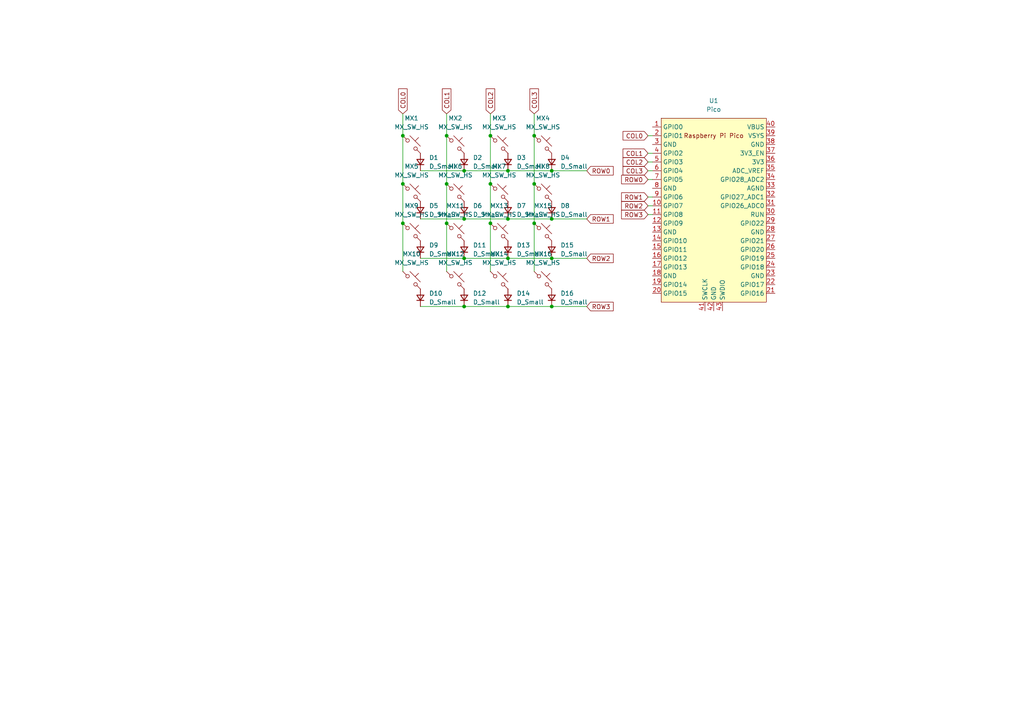
<source format=kicad_sch>
(kicad_sch (version 20231120) (generator "eeschema") (generator_version "8.0")
  (paper "A4")
  (lib_symbols
    (symbol "Device:D_Small" (pin_numbers hide) (pin_names (offset 0.254) hide)
      (property "Reference" "D" (at -1.27 2.032 0))
      (property "Value" "D_Small" (at -3.81 -2.032 0))
      (symbol "D_Small_0_1"
        (polyline (pts (xy -0.762 -1.016) (xy -0.762 1.016)) (stroke (width 0.254)))
        (polyline (pts (xy -0.762 0) (xy 0.762 0)))
        (polyline (pts (xy 0.762 -1.016) (xy -0.762 0) (xy 0.762 1.016) (xy 0.762 -1.016)) (stroke (width 0.254)))
      )
      (symbol "D_Small_1_1"
        (pin passive line (at -2.54 0 0) (length 1.778) (name "K") (number "1"))
        (pin passive line (at 2.54 0 180) (length 1.778) (name "A") (number "2"))
      )
    )
    (symbol "MCU_RaspberryPi_and_Boards:Pico"
      (property "Reference" "U" (at -13.97 27.94 0))
      (property "Value" "Pico" (at 0 19.05 0))
      (symbol "Pico_0_0"
        (text "Raspberry Pi Pico" (at 0 21.59 0) (effects (font (size 1.27 1.27))))
      )
      (symbol "Pico_0_1"
        (rectangle (start -15.24 26.67) (end 15.24 -26.67) (fill (type background)))
      )
      (symbol "Pico_1_1"
        (pin bidirectional line (at -17.78 24.13 0) (length 2.54) (name "GPIO0") (number "1"))
        (pin bidirectional line (at -17.78 1.27 0) (length 2.54) (name "GPIO7") (number "10"))
        (pin bidirectional line (at -17.78 -1.27 0) (length 2.54) (name "GPIO8") (number "11"))
        (pin bidirectional line (at -17.78 -3.81 0) (length 2.54) (name "GPIO9") (number "12"))
        (pin power_in line (at -17.78 -6.35 0) (length 2.54) (name "GND") (number "13"))
        (pin bidirectional line (at -17.78 -8.89 0) (length 2.54) (name "GPIO10") (number "14"))
        (pin bidirectional line (at -17.78 -11.43 0) (length 2.54) (name "GPIO11") (number "15"))
        (pin bidirectional line (at -17.78 -13.97 0) (length 2.54) (name "GPIO12") (number "16"))
        (pin bidirectional line (at -17.78 -16.51 0) (length 2.54) (name "GPIO13") (number "17"))
        (pin power_in line (at -17.78 -19.05 0) (length 2.54) (name "GND") (number "18"))
        (pin bidirectional line (at -17.78 -21.59 0) (length 2.54) (name "GPIO14") (number "19"))
        (pin bidirectional line (at -17.78 21.59 0) (length 2.54) (name "GPIO1") (number "2"))
        (pin bidirectional line (at -17.78 -24.13 0) (length 2.54) (name "GPIO15") (number "20"))
        (pin bidirectional line (at 17.78 -24.13 180) (length 2.54) (name "GPIO16") (number "21"))
        (pin bidirectional line (at 17.78 -21.59 180) (length 2.54) (name "GPIO17") (number "22"))
        (pin power_in line (at 17.78 -19.05 180) (length 2.54) (name "GND") (number "23"))
        (pin bidirectional line (at 17.78 -16.51 180) (length 2.54) (name "GPIO18") (number "24"))
        (pin bidirectional line (at 17.78 -13.97 180) (length 2.54) (name "GPIO19") (number "25"))
        (pin bidirectional line (at 17.78 -11.43 180) (length 2.54) (name "GPIO20") (number "26"))
        (pin bidirectional line (at 17.78 -8.89 180) (length 2.54) (name "GPIO21") (number "27"))
        (pin power_in line (at 17.78 -6.35 180) (length 2.54) (name "GND") (number "28"))
        (pin bidirectional line (at 17.78 -3.81 180) (length 2.54) (name "GPIO22") (number "29"))
        (pin power_in line (at -17.78 19.05 0) (length 2.54) (name "GND") (number "3"))
        (pin input line (at 17.78 -1.27 180) (length 2.54) (name "RUN") (number "30"))
        (pin bidirectional line (at 17.78 1.27 180) (length 2.54) (name "GPIO26_ADC0") (number "31"))
        (pin bidirectional line (at 17.78 3.81 180) (length 2.54) (name "GPIO27_ADC1") (number "32"))
        (pin power_in line (at 17.78 6.35 180) (length 2.54) (name "AGND") (number "33"))
        (pin bidirectional line (at 17.78 8.89 180) (length 2.54) (name "GPIO28_ADC2") (number "34"))
        (pin power_in line (at 17.78 11.43 180) (length 2.54) (name "ADC_VREF") (number "35"))
        (pin power_in line (at 17.78 13.97 180) (length 2.54) (name "3V3") (number "36"))
        (pin input line (at 17.78 16.51 180) (length 2.54) (name "3V3_EN") (number "37"))
        (pin bidirectional line (at 17.78 19.05 180) (length 2.54) (name "GND") (number "38"))
        (pin power_in line (at 17.78 21.59 180) (length 2.54) (name "VSYS") (number "39"))
        (pin bidirectional line (at -17.78 16.51 0) (length 2.54) (name "GPIO2") (number "4"))
        (pin power_in line (at 17.78 24.13 180) (length 2.54) (name "VBUS") (number "40"))
        (pin input line (at -2.54 -29.21 90) (length 2.54) (name "SWCLK") (number "41"))
        (pin power_in line (at 0 -29.21 90) (length 2.54) (name "GND") (number "42"))
        (pin bidirectional line (at 2.54 -29.21 90) (length 2.54) (name "SWDIO") (number "43"))
        (pin bidirectional line (at -17.78 13.97 0) (length 2.54) (name "GPIO3") (number "5"))
        (pin bidirectional line (at -17.78 11.43 0) (length 2.54) (name "GPIO4") (number "6"))
        (pin bidirectional line (at -17.78 8.89 0) (length 2.54) (name "GPIO5") (number "7"))
        (pin power_in line (at -17.78 6.35 0) (length 2.54) (name "GND") (number "8"))
        (pin bidirectional line (at -17.78 3.81 0) (length 2.54) (name "GPIO6") (number "9"))
      )
    )
    (symbol "PCM_marbastlib-mx:MX_SW_HS_CPG151101S11" (pin_numbers hide) (pin_names (offset 1.016) hide)
      (property "Reference" "MX" (at 3.048 1.016 0))
      (property "Value" "MX_SW_HS" (at 0 -3.81 0))
      (symbol "MX_SW_HS_CPG151101S11_0_1"
        (circle (center -1.1684 1.1684) (radius 0.508))
        (polyline (pts (xy -0.508 2.54) (xy 2.54 -0.508)))
        (polyline (pts (xy 1.016 1.016) (xy 2.032 2.032)))
        (polyline (pts (xy -2.54 2.54) (xy -1.524 1.524) (xy -1.524 1.524)))
        (polyline (pts (xy 1.524 -1.524) (xy 2.54 -2.54) (xy 2.54 -2.54) (xy 2.54 -2.54)))
        (circle (center 1.143 -1.1938) (radius 0.508))
        (pin passive line (at -2.54 2.54 0) (length 0) (name "1") (number "1"))
        (pin passive line (at 2.54 -2.54 180) (length 0) (name "2") (number "2"))
      )
    )
  )
  (junction (at 147.32 88.9))
  (junction (at 116.84 39.37))
  (junction (at 142.24 53.34))
  (junction (at 154.94 53.34))
  (junction (at 147.32 74.93))
  (junction (at 154.94 64.77))
  (junction (at 160.02 49.53))
  (junction (at 134.62 49.53))
  (junction (at 160.02 63.5))
  (junction (at 154.94 39.37))
  (junction (at 160.02 88.9))
  (junction (at 134.62 63.5))
  (junction (at 142.24 39.37))
  (junction (at 147.32 63.5))
  (junction (at 142.24 64.77))
  (junction (at 129.54 64.77))
  (junction (at 129.54 39.37))
  (junction (at 134.62 74.93))
  (junction (at 160.02 74.93))
  (junction (at 134.62 88.9))
  (junction (at 147.32 49.53))
  (junction (at 129.54 53.34))
  (junction (at 116.84 53.34))
  (junction (at 116.84 64.77))
  (wire (pts (xy 121.92 63.5) (xy 134.62 63.5)))
  (wire (pts (xy 147.32 74.93) (xy 160.02 74.93)))
  (wire (pts (xy 170.18 49.53) (xy 160.02 49.53)))
  (wire (pts (xy 189.23 59.69) (xy 187.96 59.69)))
  (wire (pts (xy 129.54 39.37) (xy 129.54 53.34)))
  (wire (pts (xy 134.62 49.53) (xy 147.32 49.53)))
  (wire (pts (xy 129.54 53.34) (xy 129.54 64.77)))
  (wire (pts (xy 154.94 53.34) (xy 154.94 64.77)))
  (wire (pts (xy 189.23 57.15) (xy 187.96 57.15)))
  (wire (pts (xy 121.92 88.9) (xy 134.62 88.9)))
  (wire (pts (xy 134.62 74.93) (xy 147.32 74.93)))
  (wire (pts (xy 160.02 63.5) (xy 170.18 63.5)))
  (wire (pts (xy 154.94 64.77) (xy 154.94 78.74)))
  (wire (pts (xy 116.84 53.34) (xy 116.84 64.77)))
  (wire (pts (xy 116.84 64.77) (xy 116.84 78.74)))
  (wire (pts (xy 142.24 39.37) (xy 142.24 53.34)))
  (wire (pts (xy 189.23 52.07) (xy 187.96 52.07)))
  (wire (pts (xy 116.84 33.02) (xy 116.84 39.37)))
  (wire (pts (xy 142.24 53.34) (xy 142.24 64.77)))
  (wire (pts (xy 121.92 74.93) (xy 134.62 74.93)))
  (wire (pts (xy 147.32 49.53) (xy 160.02 49.53)))
  (wire (pts (xy 142.24 64.77) (xy 142.24 78.74)))
  (wire (pts (xy 160.02 88.9) (xy 170.18 88.9)))
  (wire (pts (xy 121.92 49.53) (xy 134.62 49.53)))
  (wire (pts (xy 189.23 49.53) (xy 187.96 49.53)))
  (wire (pts (xy 189.23 44.45) (xy 187.96 44.45)))
  (wire (pts (xy 147.32 63.5) (xy 160.02 63.5)))
  (wire (pts (xy 154.94 33.02) (xy 154.94 39.37)))
  (wire (pts (xy 160.02 74.93) (xy 170.18 74.93)))
  (wire (pts (xy 116.84 39.37) (xy 116.84 53.34)))
  (wire (pts (xy 189.23 62.23) (xy 187.96 62.23)))
  (wire (pts (xy 129.54 64.77) (xy 129.54 78.74)))
  (wire (pts (xy 142.24 33.02) (xy 142.24 39.37)))
  (wire (pts (xy 189.23 39.37) (xy 187.96 39.37)))
  (wire (pts (xy 147.32 88.9) (xy 160.02 88.9)))
  (wire (pts (xy 129.54 33.02) (xy 129.54 39.37)))
  (wire (pts (xy 189.23 46.99) (xy 187.96 46.99)))
  (wire (pts (xy 134.62 88.9) (xy 147.32 88.9)))
  (wire (pts (xy 154.94 39.37) (xy 154.94 53.34)))
  (wire (pts (xy 134.62 63.5) (xy 147.32 63.5)))
  (global_label "COL0" (shape input) (at 187.96 39.37 180) (property "Intersheetrefs" "${INTERSHEET_REFS}" (effects (hide yes))))
  (global_label "ROW3" (shape input) (at 187.96 62.23 180) (property "Intersheetrefs" "${INTERSHEET_REFS}" (effects (hide yes))))
  (global_label "COL2" (shape input) (at 187.96 46.99 180) (property "Intersheetrefs" "${INTERSHEET_REFS}" (effects (hide yes))))
  (global_label "ROW0" (shape input) (at 187.96 52.07 180) (property "Intersheetrefs" "${INTERSHEET_REFS}" (effects (hide yes))))
  (global_label "COL2" (shape input) (at 142.24 33.02 90) (property "Intersheetrefs" "${INTERSHEET_REFS}" (effects (hide yes))))
  (global_label "ROW0" (shape input) (at 170.18 49.53 0) (property "Intersheetrefs" "${INTERSHEET_REFS}" (effects (hide yes))))
  (global_label "ROW3" (shape input) (at 170.18 88.9 0) (property "Intersheetrefs" "${INTERSHEET_REFS}" (effects (hide yes))))
  (global_label "COL1" (shape input) (at 129.54 33.02 90) (property "Intersheetrefs" "${INTERSHEET_REFS}" (effects (hide yes))))
  (global_label "COL1" (shape input) (at 187.96 44.45 180) (property "Intersheetrefs" "${INTERSHEET_REFS}" (effects (hide yes))))
  (global_label "COL0" (shape input) (at 116.84 33.02 90) (property "Intersheetrefs" "${INTERSHEET_REFS}" (effects (hide yes))))
  (global_label "ROW2" (shape input) (at 170.18 74.93 0) (property "Intersheetrefs" "${INTERSHEET_REFS}" (effects (hide yes))))
  (global_label "COL3" (shape input) (at 187.96 49.53 180) (property "Intersheetrefs" "${INTERSHEET_REFS}" (effects (hide yes))))
  (global_label "ROW2" (shape input) (at 187.96 59.69 180) (property "Intersheetrefs" "${INTERSHEET_REFS}" (effects (hide yes))))
  (global_label "ROW1" (shape input) (at 170.18 63.5 0) (property "Intersheetrefs" "${INTERSHEET_REFS}" (effects (hide yes))))
  (global_label "COL3" (shape input) (at 154.94 33.02 90) (property "Intersheetrefs" "${INTERSHEET_REFS}" (effects (hide yes))))
  (global_label "ROW1" (shape input) (at 187.96 57.15 180) (property "Intersheetrefs" "${INTERSHEET_REFS}" (effects (hide yes))))
  (symbol (lib_id "Device:D_Small") (at 147.32 46.99 90) (unit 1)
    (property "Reference" "D3" (at 149.86 45.7199 90) (effects (justify right)))
    (property "Value" "D_Small" (at 149.86 48.2599 90) (effects (justify right)))
    (property "Footprint" "Diode_SMD:D_SOD-123" (effects (hide yes)))
    (property "Description" "Diode, small symbol" (effects (hide yes)))
    (property "Sim.Device" "D" (effects (hide yes)))
    (property "Sim.Pins" "1=K 2=A" (effects (hide yes)))
  )
  (symbol (lib_id "PCM_marbastlib-mx:MX_SW_HS_CPG151101S11") (at 132.08 55.88 0) (unit 1)
    (property "Reference" "MX6" (at 132.08 48.26 0))
    (property "Value" "MX_SW_HS" (at 132.08 50.8 0))
    (property "Footprint" "PCM_marbastlib-mx:SW_MX_HS_CPG151101S11_1u" (effects (hide yes)))
    (property "Description" "Push button switch, normally open, two pins, 45° tilted, Kailh CPG151101S11 for Cherry MX style switches" (effects (hide yes)))
  )
  (symbol (lib_id "Device:D_Small") (at 134.62 72.39 90) (unit 1)
    (property "Reference" "D11" (at 137.16 71.1199 90) (effects (justify right)))
    (property "Value" "D_Small" (at 137.16 73.6599 90) (effects (justify right)))
    (property "Footprint" "Diode_SMD:D_SOD-123" (effects (hide yes)))
    (property "Description" "Diode, small symbol" (effects (hide yes)))
    (property "Sim.Device" "D" (effects (hide yes)))
    (property "Sim.Pins" "1=K 2=A" (effects (hide yes)))
  )
  (symbol (lib_id "Device:D_Small") (at 160.02 60.96 90) (unit 1)
    (property "Reference" "D8" (at 162.56 59.6899 90) (effects (justify right)))
    (property "Value" "D_Small" (at 162.56 62.2299 90) (effects (justify right)))
    (property "Footprint" "Diode_SMD:D_SOD-123" (effects (hide yes)))
    (property "Description" "Diode, small symbol" (effects (hide yes)))
    (property "Sim.Device" "D" (effects (hide yes)))
    (property "Sim.Pins" "1=K 2=A" (effects (hide yes)))
  )
  (symbol (lib_id "Device:D_Small") (at 160.02 46.99 90) (unit 1)
    (property "Reference" "D4" (at 162.56 45.7199 90) (effects (justify right)))
    (property "Value" "D_Small" (at 162.56 48.2599 90) (effects (justify right)))
    (property "Footprint" "Diode_SMD:D_SOD-123" (effects (hide yes)))
    (property "Description" "Diode, small symbol" (effects (hide yes)))
    (property "Sim.Device" "D" (effects (hide yes)))
    (property "Sim.Pins" "1=K 2=A" (effects (hide yes)))
  )
  (symbol (lib_id "Device:D_Small") (at 147.32 86.36 90) (unit 1)
    (property "Reference" "D14" (at 149.86 85.0899 90) (effects (justify right)))
    (property "Value" "D_Small" (at 149.86 87.6299 90) (effects (justify right)))
    (property "Footprint" "Diode_SMD:D_SOD-123" (effects (hide yes)))
    (property "Description" "Diode, small symbol" (effects (hide yes)))
    (property "Sim.Device" "D" (effects (hide yes)))
    (property "Sim.Pins" "1=K 2=A" (effects (hide yes)))
  )
  (symbol (lib_id "PCM_marbastlib-mx:MX_SW_HS_CPG151101S11") (at 119.38 41.91 0) (unit 1)
    (property "Reference" "MX1" (at 119.38 34.29 0))
    (property "Value" "MX_SW_HS" (at 119.38 36.83 0))
    (property "Footprint" "PCM_marbastlib-mx:SW_MX_HS_CPG151101S11_1u" (effects (hide yes)))
    (property "Description" "Push button switch, normally open, two pins, 45° tilted, Kailh CPG151101S11 for Cherry MX style switches" (effects (hide yes)))
  )
  (symbol (lib_id "PCM_marbastlib-mx:MX_SW_HS_CPG151101S11") (at 132.08 81.28 0) (unit 1)
    (property "Reference" "MX12" (at 132.08 73.66 0))
    (property "Value" "MX_SW_HS" (at 132.08 76.2 0))
    (property "Footprint" "PCM_marbastlib-mx:SW_MX_HS_CPG151101S11_1u" (effects (hide yes)))
    (property "Description" "Push button switch, normally open, two pins, 45° tilted, Kailh CPG151101S11 for Cherry MX style switches" (effects (hide yes)))
  )
  (symbol (lib_id "Device:D_Small") (at 134.62 46.99 90) (unit 1)
    (property "Reference" "D2" (at 137.16 45.7199 90) (effects (justify right)))
    (property "Value" "D_Small" (at 137.16 48.2599 90) (effects (justify right)))
    (property "Footprint" "Diode_SMD:D_SOD-123" (effects (hide yes)))
    (property "Description" "Diode, small symbol" (effects (hide yes)))
    (property "Sim.Device" "D" (effects (hide yes)))
    (property "Sim.Pins" "1=K 2=A" (effects (hide yes)))
  )
  (symbol (lib_id "PCM_marbastlib-mx:MX_SW_HS_CPG151101S11") (at 119.38 55.88 0) (unit 1)
    (property "Reference" "MX5" (at 119.38 48.26 0))
    (property "Value" "MX_SW_HS" (at 119.38 50.8 0))
    (property "Footprint" "PCM_marbastlib-mx:SW_MX_HS_CPG151101S11_1u" (effects (hide yes)))
    (property "Description" "Push button switch, normally open, two pins, 45° tilted, Kailh CPG151101S11 for Cherry MX style switches" (effects (hide yes)))
  )
  (symbol (lib_id "PCM_marbastlib-mx:MX_SW_HS_CPG151101S11") (at 119.38 67.31 0) (unit 1)
    (property "Reference" "MX9" (at 119.38 59.69 0))
    (property "Value" "MX_SW_HS" (at 119.38 62.23 0))
    (property "Footprint" "PCM_marbastlib-mx:SW_MX_HS_CPG151101S11_1u" (effects (hide yes)))
    (property "Description" "Push button switch, normally open, two pins, 45° tilted, Kailh CPG151101S11 for Cherry MX style switches" (effects (hide yes)))
  )
  (symbol (lib_id "PCM_marbastlib-mx:MX_SW_HS_CPG151101S11") (at 144.78 67.31 0) (unit 1)
    (property "Reference" "MX13" (at 144.78 59.69 0))
    (property "Value" "MX_SW_HS" (at 144.78 62.23 0))
    (property "Footprint" "PCM_marbastlib-mx:SW_MX_HS_CPG151101S11_1u" (effects (hide yes)))
    (property "Description" "Push button switch, normally open, two pins, 45° tilted, Kailh CPG151101S11 for Cherry MX style switches" (effects (hide yes)))
  )
  (symbol (lib_id "PCM_marbastlib-mx:MX_SW_HS_CPG151101S11") (at 157.48 55.88 0) (unit 1)
    (property "Reference" "MX8" (at 157.48 48.26 0))
    (property "Value" "MX_SW_HS" (at 157.48 50.8 0))
    (property "Footprint" "PCM_marbastlib-mx:SW_MX_HS_CPG151101S11_1u" (effects (hide yes)))
    (property "Description" "Push button switch, normally open, two pins, 45° tilted, Kailh CPG151101S11 for Cherry MX style switches" (effects (hide yes)))
  )
  (symbol (lib_id "Device:D_Small") (at 121.92 86.36 90) (unit 1)
    (property "Reference" "D10" (at 124.46 85.0899 90) (effects (justify right)))
    (property "Value" "D_Small" (at 124.46 87.6299 90) (effects (justify right)))
    (property "Footprint" "Diode_SMD:D_SOD-123" (effects (hide yes)))
    (property "Description" "Diode, small symbol" (effects (hide yes)))
    (property "Sim.Device" "D" (effects (hide yes)))
    (property "Sim.Pins" "1=K 2=A" (effects (hide yes)))
  )
  (symbol (lib_id "Device:D_Small") (at 121.92 46.99 90) (unit 1)
    (property "Reference" "D1" (at 124.46 45.7199 90) (effects (justify right)))
    (property "Value" "D_Small" (at 124.46 48.2599 90) (effects (justify right)))
    (property "Footprint" "Diode_SMD:D_SOD-123" (effects (hide yes)))
    (property "Description" "Diode, small symbol" (effects (hide yes)))
    (property "Sim.Device" "D" (effects (hide yes)))
    (property "Sim.Pins" "1=K 2=A" (effects (hide yes)))
  )
  (symbol (lib_id "Device:D_Small") (at 160.02 72.39 90) (unit 1)
    (property "Reference" "D15" (at 162.56 71.1199 90) (effects (justify right)))
    (property "Value" "D_Small" (at 162.56 73.6599 90) (effects (justify right)))
    (property "Footprint" "Diode_SMD:D_SOD-123" (effects (hide yes)))
    (property "Description" "Diode, small symbol" (effects (hide yes)))
    (property "Sim.Device" "D" (effects (hide yes)))
    (property "Sim.Pins" "1=K 2=A" (effects (hide yes)))
  )
  (symbol (lib_id "Device:D_Small") (at 160.02 86.36 90) (unit 1)
    (property "Reference" "D16" (at 162.56 85.0899 90) (effects (justify right)))
    (property "Value" "D_Small" (at 162.56 87.6299 90) (effects (justify right)))
    (property "Footprint" "Diode_SMD:D_SOD-123" (effects (hide yes)))
    (property "Description" "Diode, small symbol" (effects (hide yes)))
    (property "Sim.Device" "D" (effects (hide yes)))
    (property "Sim.Pins" "1=K 2=A" (effects (hide yes)))
  )
  (symbol (lib_id "Device:D_Small") (at 147.32 72.39 90) (unit 1)
    (property "Reference" "D13" (at 149.86 71.1199 90) (effects (justify right)))
    (property "Value" "D_Small" (at 149.86 73.6599 90) (effects (justify right)))
    (property "Footprint" "Diode_SMD:D_SOD-123" (effects (hide yes)))
    (property "Description" "Diode, small symbol" (effects (hide yes)))
    (property "Sim.Device" "D" (effects (hide yes)))
    (property "Sim.Pins" "1=K 2=A" (effects (hide yes)))
  )
  (symbol (lib_id "Device:D_Small") (at 134.62 86.36 90) (unit 1)
    (property "Reference" "D12" (at 137.16 85.0899 90) (effects (justify right)))
    (property "Value" "D_Small" (at 137.16 87.6299 90) (effects (justify right)))
    (property "Footprint" "Diode_SMD:D_SOD-123" (effects (hide yes)))
    (property "Description" "Diode, small symbol" (effects (hide yes)))
    (property "Sim.Device" "D" (effects (hide yes)))
    (property "Sim.Pins" "1=K 2=A" (effects (hide yes)))
  )
  (symbol (lib_id "PCM_marbastlib-mx:MX_SW_HS_CPG151101S11") (at 144.78 55.88 0) (unit 1)
    (property "Reference" "MX7" (at 144.78 48.26 0))
    (property "Value" "MX_SW_HS" (at 144.78 50.8 0))
    (property "Footprint" "PCM_marbastlib-mx:SW_MX_HS_CPG151101S11_1u" (effects (hide yes)))
    (property "Description" "Push button switch, normally open, two pins, 45° tilted, Kailh CPG151101S11 for Cherry MX style switches" (effects (hide yes)))
  )
  (symbol (lib_id "Device:D_Small") (at 121.92 72.39 90) (unit 1)
    (property "Reference" "D9" (at 124.46 71.1199 90) (effects (justify right)))
    (property "Value" "D_Small" (at 124.46 73.6599 90) (effects (justify right)))
    (property "Footprint" "Diode_SMD:D_SOD-123" (effects (hide yes)))
    (property "Description" "Diode, small symbol" (effects (hide yes)))
    (property "Sim.Device" "D" (effects (hide yes)))
    (property "Sim.Pins" "1=K 2=A" (effects (hide yes)))
  )
  (symbol (lib_id "PCM_marbastlib-mx:MX_SW_HS_CPG151101S11") (at 157.48 81.28 0) (unit 1)
    (property "Reference" "MX16" (at 157.48 73.66 0))
    (property "Value" "MX_SW_HS" (at 157.48 76.2 0))
    (property "Footprint" "PCM_marbastlib-mx:SW_MX_HS_CPG151101S11_1u" (effects (hide yes)))
    (property "Description" "Push button switch, normally open, two pins, 45° tilted, Kailh CPG151101S11 for Cherry MX style switches" (effects (hide yes)))
  )
  (symbol (lib_id "PCM_marbastlib-mx:MX_SW_HS_CPG151101S11") (at 119.38 81.28 0) (unit 1)
    (property "Reference" "MX10" (at 119.38 73.66 0))
    (property "Value" "MX_SW_HS" (at 119.38 76.2 0))
    (property "Footprint" "PCM_marbastlib-mx:SW_MX_HS_CPG151101S11_1u" (effects (hide yes)))
    (property "Description" "Push button switch, normally open, two pins, 45° tilted, Kailh CPG151101S11 for Cherry MX style switches" (effects (hide yes)))
  )
  (symbol (lib_id "PCM_marbastlib-mx:MX_SW_HS_CPG151101S11") (at 132.08 67.31 0) (unit 1)
    (property "Reference" "MX11" (at 132.08 59.69 0))
    (property "Value" "MX_SW_HS" (at 132.08 62.23 0))
    (property "Footprint" "PCM_marbastlib-mx:SW_MX_HS_CPG151101S11_1u" (effects (hide yes)))
    (property "Description" "Push button switch, normally open, two pins, 45° tilted, Kailh CPG151101S11 for Cherry MX style switches" (effects (hide yes)))
  )
  (symbol (lib_id "PCM_marbastlib-mx:MX_SW_HS_CPG151101S11") (at 157.48 67.31 0) (unit 1)
    (property "Reference" "MX15" (at 157.48 59.69 0))
    (property "Value" "MX_SW_HS" (at 157.48 62.23 0))
    (property "Footprint" "PCM_marbastlib-mx:SW_MX_HS_CPG151101S11_1u" (effects (hide yes)))
    (property "Description" "Push button switch, normally open, two pins, 45° tilted, Kailh CPG151101S11 for Cherry MX style switches" (effects (hide yes)))
  )
  (symbol (lib_id "MCU_RaspberryPi_and_Boards:Pico") (at 207.01 60.96 0) (unit 1)
    (property "Reference" "U1" (at 207.01 29.21 0))
    (property "Value" "Pico" (at 207.01 31.75 0))
    (property "Footprint" "MCU_RaspberryPi_and_Boards:RPi_Pico_SMD_TH" (effects (hide yes)))
  )
  (symbol (lib_id "PCM_marbastlib-mx:MX_SW_HS_CPG151101S11") (at 132.08 41.91 0) (unit 1)
    (property "Reference" "MX2" (at 132.08 34.29 0))
    (property "Value" "MX_SW_HS" (at 132.08 36.83 0))
    (property "Footprint" "PCM_marbastlib-mx:SW_MX_HS_CPG151101S11_1u" (effects (hide yes)))
    (property "Description" "Push button switch, normally open, two pins, 45° tilted, Kailh CPG151101S11 for Cherry MX style switches" (effects (hide yes)))
  )
  (symbol (lib_id "Device:D_Small") (at 134.62 60.96 90) (unit 1)
    (property "Reference" "D6" (at 137.16 59.6899 90) (effects (justify right)))
    (property "Value" "D_Small" (at 137.16 62.2299 90) (effects (justify right)))
    (property "Footprint" "Diode_SMD:D_SOD-123" (effects (hide yes)))
    (property "Description" "Diode, small symbol" (effects (hide yes)))
    (property "Sim.Device" "D" (effects (hide yes)))
    (property "Sim.Pins" "1=K 2=A" (effects (hide yes)))
  )
  (symbol (lib_id "Device:D_Small") (at 121.92 60.96 90) (unit 1)
    (property "Reference" "D5" (at 124.46 59.6899 90) (effects (justify right)))
    (property "Value" "D_Small" (at 124.46 62.2299 90) (effects (justify right)))
    (property "Footprint" "Diode_SMD:D_SOD-123" (effects (hide yes)))
    (property "Description" "Diode, small symbol" (effects (hide yes)))
    (property "Sim.Device" "D" (effects (hide yes)))
    (property "Sim.Pins" "1=K 2=A" (effects (hide yes)))
  )
  (symbol (lib_id "PCM_marbastlib-mx:MX_SW_HS_CPG151101S11") (at 144.78 81.28 0) (unit 1)
    (property "Reference" "MX14" (at 144.78 73.66 0))
    (property "Value" "MX_SW_HS" (at 144.78 76.2 0))
    (property "Footprint" "PCM_marbastlib-mx:SW_MX_HS_CPG151101S11_1u" (effects (hide yes)))
    (property "Description" "Push button switch, normally open, two pins, 45° tilted, Kailh CPG151101S11 for Cherry MX style switches" (effects (hide yes)))
  )
  (symbol (lib_id "PCM_marbastlib-mx:MX_SW_HS_CPG151101S11") (at 144.78 41.91 0) (unit 1)
    (property "Reference" "MX3" (at 144.78 34.29 0))
    (property "Value" "MX_SW_HS" (at 144.78 36.83 0))
    (property "Footprint" "PCM_marbastlib-mx:SW_MX_HS_CPG151101S11_1u" (effects (hide yes)))
    (property "Description" "Push button switch, normally open, two pins, 45° tilted, Kailh CPG151101S11 for Cherry MX style switches" (effects (hide yes)))
  )
  (symbol (lib_id "Device:D_Small") (at 147.32 60.96 90) (unit 1)
    (property "Reference" "D7" (at 149.86 59.6899 90) (effects (justify right)))
    (property "Value" "D_Small" (at 149.86 62.2299 90) (effects (justify right)))
    (property "Footprint" "Diode_SMD:D_SOD-123" (effects (hide yes)))
    (property "Description" "Diode, small symbol" (effects (hide yes)))
    (property "Sim.Device" "D" (effects (hide yes)))
    (property "Sim.Pins" "1=K 2=A" (effects (hide yes)))
  )
  (symbol (lib_id "PCM_marbastlib-mx:MX_SW_HS_CPG151101S11") (at 157.48 41.91 0) (unit 1)
    (property "Reference" "MX4" (at 157.48 34.29 0))
    (property "Value" "MX_SW_HS" (at 157.48 36.83 0))
    (property "Footprint" "PCM_marbastlib-mx:SW_MX_HS_CPG151101S11_1u" (effects (hide yes)))
    (property "Description" "Push button switch, normally open, two pins, 45° tilted, Kailh CPG151101S11 for Cherry MX style switches" (effects (hide yes)))
  )
)
</source>
